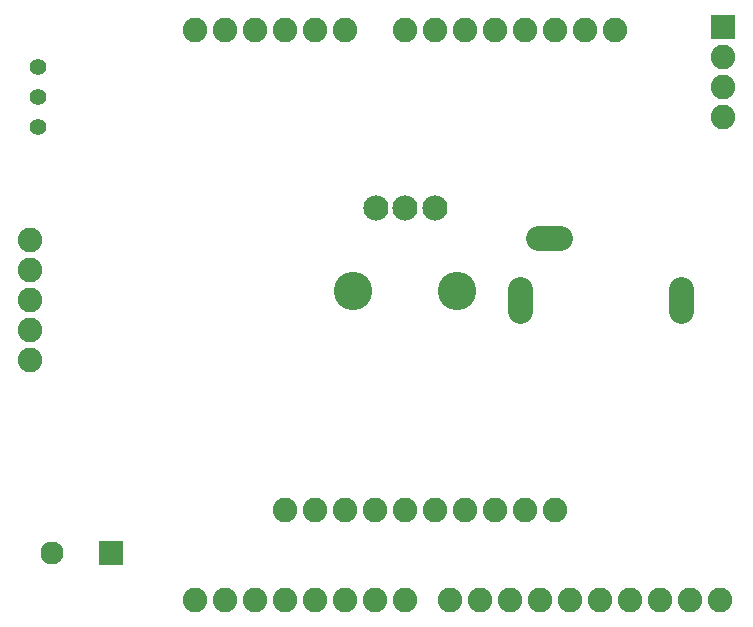
<source format=gbs>
G04 EAGLE Gerber RS-274X export*
G75*
%MOMM*%
%FSLAX34Y34*%
%LPD*%
%INBottom Soldermask*%
%IPPOS*%
%AMOC8*
5,1,8,0,0,1.08239X$1,22.5*%
G01*
%ADD10C,2.082800*%
%ADD11R,2.000000X2.000000*%
%ADD12C,1.955800*%
%ADD13C,3.251200*%
%ADD14C,2.133600*%
%ADD15R,2.082800X2.082800*%
%ADD16C,1.412800*%
%ADD17C,2.103200*%


D10*
X469900Y508000D03*
X444500Y508000D03*
X419100Y508000D03*
X393700Y508000D03*
X368300Y508000D03*
X342900Y508000D03*
X292100Y508000D03*
X266700Y508000D03*
X241300Y508000D03*
X215900Y508000D03*
X190500Y508000D03*
X165100Y508000D03*
X165100Y25400D03*
X190500Y25400D03*
X215900Y25400D03*
X241300Y25400D03*
X266700Y25400D03*
X292100Y25400D03*
X317500Y25400D03*
X342900Y25400D03*
X381000Y25400D03*
X406400Y25400D03*
X431800Y25400D03*
X457200Y25400D03*
X482600Y25400D03*
X508000Y25400D03*
X533400Y25400D03*
X558800Y25400D03*
X584200Y25400D03*
X609600Y25400D03*
X495300Y508000D03*
X520700Y508000D03*
D11*
X93580Y64770D03*
D12*
X43580Y64770D03*
D13*
X386900Y287020D03*
D14*
X317900Y357020D03*
X342900Y357020D03*
X367900Y357020D03*
D13*
X298900Y287020D03*
D15*
X612140Y510540D03*
D10*
X612140Y485140D03*
X612140Y459740D03*
X612140Y434340D03*
D16*
X31750Y450850D03*
X31750Y476250D03*
X31750Y425450D03*
D10*
X241300Y101600D03*
X266700Y101600D03*
X292100Y101600D03*
X317500Y101600D03*
X342900Y101600D03*
X368300Y101600D03*
X393700Y101600D03*
X419100Y101600D03*
X444500Y101600D03*
X469900Y101600D03*
X25400Y228600D03*
X25400Y254000D03*
X25400Y279400D03*
X25400Y304800D03*
X25400Y330200D03*
D17*
X576700Y288900D02*
X576700Y269900D01*
X439700Y269900D02*
X439700Y288900D01*
X455200Y331400D02*
X474200Y331400D01*
M02*

</source>
